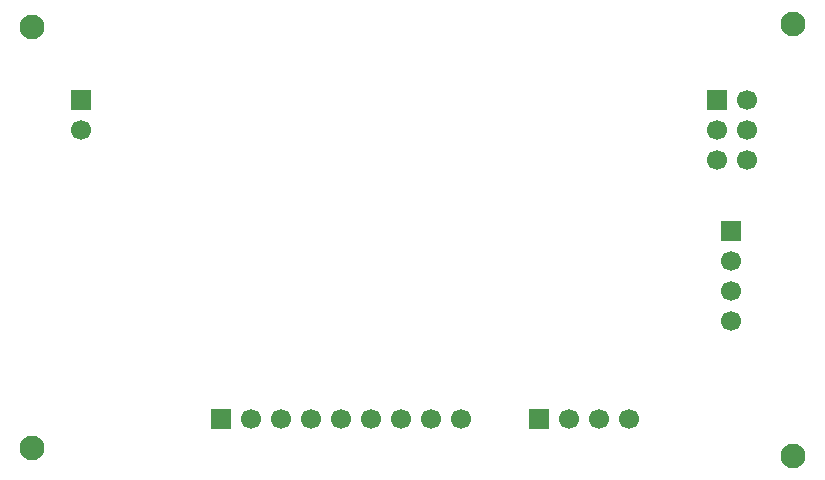
<source format=gbr>
%TF.GenerationSoftware,KiCad,Pcbnew,9.0.2*%
%TF.CreationDate,2025-06-26T23:30:40+05:30*%
%TF.ProjectId,MCU data logger,4d435520-6461-4746-9120-6c6f67676572,VERSION 1*%
%TF.SameCoordinates,Original*%
%TF.FileFunction,Soldermask,Bot*%
%TF.FilePolarity,Negative*%
%FSLAX46Y46*%
G04 Gerber Fmt 4.6, Leading zero omitted, Abs format (unit mm)*
G04 Created by KiCad (PCBNEW 9.0.2) date 2025-06-26 23:30:40*
%MOMM*%
%LPD*%
G01*
G04 APERTURE LIST*
%ADD10R,1.700000X1.700000*%
%ADD11C,1.700000*%
%ADD12C,2.100000*%
G04 APERTURE END LIST*
D10*
%TO.C,J3*%
X150600000Y-78770000D03*
D11*
X153140000Y-78770000D03*
X155680000Y-78770000D03*
X158220000Y-78770000D03*
%TD*%
D12*
%TO.C,H4*%
X172110000Y-81910000D03*
%TD*%
%TO.C,H3*%
X172090000Y-45320000D03*
%TD*%
%TO.C,H1*%
X107650000Y-45550000D03*
%TD*%
D10*
%TO.C,J4*%
X165630000Y-51790000D03*
D11*
X168170000Y-51790000D03*
X165630000Y-54330000D03*
X168170000Y-54330000D03*
X165630000Y-56870000D03*
X168170000Y-56870000D03*
%TD*%
D10*
%TO.C,BT1*%
X111770000Y-51785000D03*
D11*
X111770000Y-54325000D03*
%TD*%
D10*
%TO.C,J1*%
X166850000Y-62830000D03*
D11*
X166850000Y-65370000D03*
X166850000Y-67910000D03*
X166850000Y-70450000D03*
%TD*%
D10*
%TO.C,J2*%
X123640000Y-78800000D03*
D11*
X126180000Y-78800000D03*
X128720000Y-78800000D03*
X131260000Y-78800000D03*
X133800000Y-78800000D03*
X136340000Y-78800000D03*
X138880000Y-78800000D03*
X141420000Y-78800000D03*
X143960000Y-78800000D03*
%TD*%
D12*
%TO.C,H2*%
X107670000Y-81260000D03*
%TD*%
M02*

</source>
